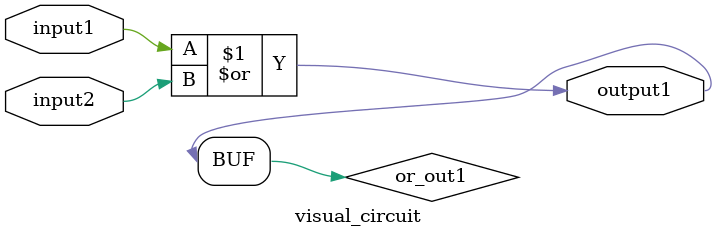
<source format=v>
module visual_circuit(
    input wire input1,
    input wire input2,
    output wire output1
);

    // Internal wires
    wire or_out1;

    // Logic implementation
    assign or_out1 = input1 | input2;
    assign output1 = or_out1;

endmodule

</source>
